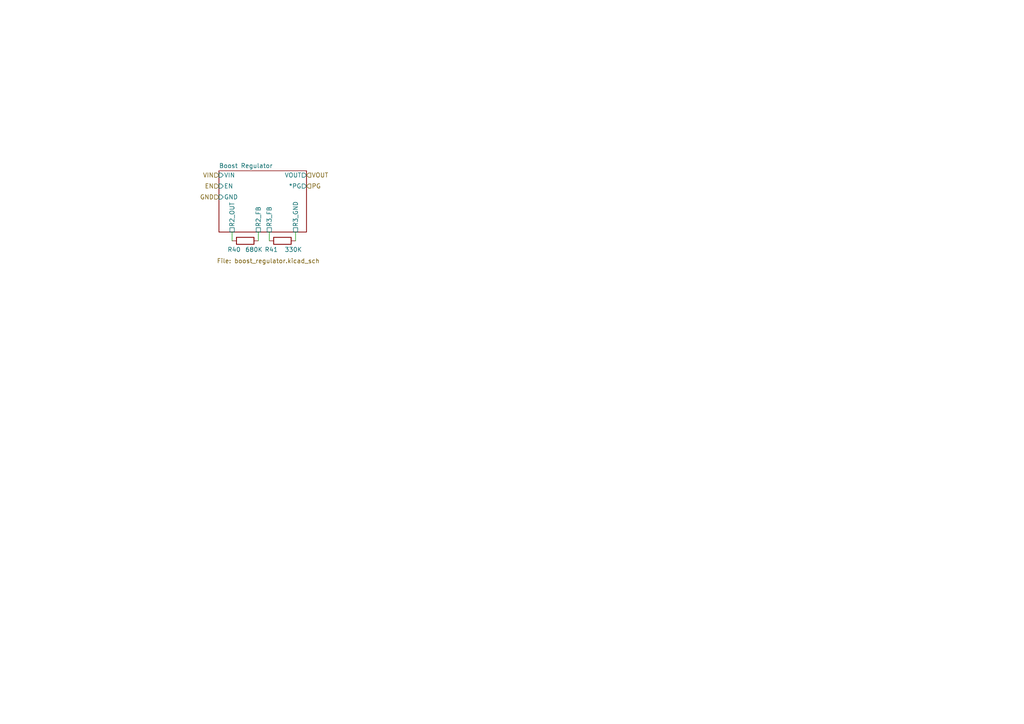
<source format=kicad_sch>
(kicad_sch (version 20231120) (generator "eeschema") (generator_version "8.0")
  (paper "A4")
  (lib_symbols
    (symbol "Device:R" (pin_numbers hide) (pin_names (offset 0))
      (property "Reference" "R" (at 2.032 0 90))
      (property "Value" "R" (at 0 0 90))
      (symbol "R_0_1"
        (rectangle (start -1.016 -2.54) (end 1.016 2.54) (stroke (width 0.254)))
      )
      (symbol "R_1_1"
        (pin passive line (at 0 3.81 270) (length 1.27) (name "~") (number "1"))
        (pin passive line (at 0 -3.81 90) (length 1.27) (name "~") (number "2"))
      )
    )
  )
  (wire (pts (xy 85.725 67.31) (xy 85.725 69.85)))
  (wire (pts (xy 78.105 67.31) (xy 78.105 69.85)))
  (wire (pts (xy 74.93 67.31) (xy 74.93 69.85)))
  (wire (pts (xy 67.31 67.31) (xy 67.31 69.85)))
  (hierarchical_label "VIN" (shape input) (at 63.5 50.8 180))
  (hierarchical_label "EN" (shape input) (at 63.5 53.975 180))
  (hierarchical_label "GND" (shape input) (at 63.5 57.15 180))
  (hierarchical_label "VOUT" (shape input) (at 88.9 50.8 0))
  (hierarchical_label "PG" (shape input) (at 88.9 53.975 0))
  (symbol (lib_id "Device:R") (at 71.12 69.85 90) (mirror x) (unit 1)
    (property "Reference" "R40" (at 69.8499 72.39 90) (effects (justify left)))
    (property "Value" "680K" (at 76.2 72.39 90) (effects (justify left)))
    (property "Footprint" "Resistor_SMD:R_0402_1005Metric_Pad0.72x0.64mm_HandSolder" (effects (hide yes)))
    (property "Description" "Resistor" (effects (hide yes)))
  )
  (symbol (lib_id "Device:R") (at 81.915 69.85 90) (mirror x) (unit 1)
    (property "Reference" "R41" (at 80.6449 72.39 90) (effects (justify left)))
    (property "Value" "330K" (at 87.63 72.39 90) (effects (justify left)))
    (property "Footprint" "Resistor_SMD:R_0402_1005Metric_Pad0.72x0.64mm_HandSolder" (effects (hide yes)))
    (property "Description" "Resistor" (effects (hide yes)))
  )
  (sheet (at 63.5 49.53) (size 25.4 17.78) (stroke (width 0.1524))
    (property "Sheetname" "Boost Regulator" (at 63.5 48.8184 0) (effects (justify left bottom)))
    (property "Sheetfile" "boost_regulator.kicad_sch" (at 62.865 74.93 0) (effects (justify left top)))
    (pin "VIN" input (at 63.5 50.8 180))
    (pin "R3_FB" passive (at 78.105 67.31 270))
    (pin "R3_GND" passive (at 85.725 67.31 270))
    (pin "VOUT" output (at 88.9 50.8 0))
    (pin "R2_FB" passive (at 74.93 67.31 270))
    (pin "R2_OUT" passive (at 67.31 67.31 270))
    (pin "*PG" output (at 88.9 53.975 0))
    (pin "EN" input (at 63.5 53.975 180))
    (pin "GND" input (at 63.5 57.15 180))
  )
)
</source>
